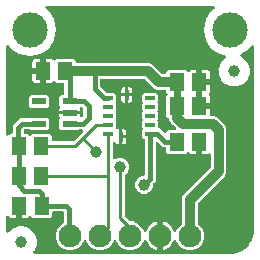
<source format=gbr>
G04 EAGLE Gerber RS-274X export*
G75*
%MOMM*%
%FSLAX34Y34*%
%LPD*%
%INTop Copper*%
%IPPOS*%
%AMOC8*
5,1,8,0,0,1.08239X$1,22.5*%
G01*
%ADD10R,0.805000X0.350000*%
%ADD11R,0.400000X0.805000*%
%ADD12R,1.300000X1.500000*%
%ADD13C,3.000000*%
%ADD14C,1.000000*%
%ADD15R,1.200000X0.550000*%
%ADD16C,1.930400*%
%ADD17C,0.406400*%
%ADD18C,1.006400*%
%ADD19C,0.254000*%
%ADD20C,0.812800*%
%ADD21C,0.609600*%

G36*
X200021Y10163D02*
X200021Y10163D01*
X200083Y10163D01*
X202507Y10322D01*
X202550Y10331D01*
X202595Y10331D01*
X202752Y10363D01*
X207435Y11618D01*
X207514Y11650D01*
X207597Y11673D01*
X207720Y11734D01*
X207729Y11738D01*
X207733Y11740D01*
X207741Y11744D01*
X211939Y14168D01*
X212008Y14220D01*
X212081Y14264D01*
X212184Y14354D01*
X212193Y14360D01*
X212195Y14364D01*
X212202Y14370D01*
X215630Y17798D01*
X215683Y17866D01*
X215743Y17927D01*
X215818Y18041D01*
X215825Y18049D01*
X215827Y18053D01*
X215832Y18061D01*
X218256Y22259D01*
X218289Y22338D01*
X218331Y22413D01*
X218375Y22542D01*
X218379Y22552D01*
X218380Y22557D01*
X218382Y22565D01*
X219637Y27248D01*
X219643Y27291D01*
X219657Y27333D01*
X219678Y27493D01*
X219837Y29917D01*
X219835Y29938D01*
X219839Y30000D01*
X219839Y185476D01*
X219826Y185580D01*
X219822Y185684D01*
X219806Y185737D01*
X219799Y185792D01*
X219761Y185889D01*
X219731Y185989D01*
X219703Y186036D01*
X219682Y186087D01*
X219621Y186172D01*
X219567Y186261D01*
X219528Y186300D01*
X219496Y186345D01*
X219415Y186411D01*
X219341Y186485D01*
X219293Y186512D01*
X219251Y186548D01*
X219156Y186592D01*
X219066Y186645D01*
X219013Y186660D01*
X218963Y186683D01*
X218860Y186703D01*
X218760Y186731D01*
X218705Y186733D01*
X218651Y186743D01*
X218546Y186736D01*
X218442Y186739D01*
X218388Y186727D01*
X218333Y186723D01*
X218234Y186691D01*
X218132Y186667D01*
X218083Y186642D01*
X218031Y186625D01*
X217942Y186569D01*
X217850Y186521D01*
X217809Y186485D01*
X217762Y186455D01*
X217690Y186379D01*
X217612Y186309D01*
X217559Y186239D01*
X217544Y186223D01*
X217537Y186210D01*
X217515Y186181D01*
X216034Y183966D01*
X208943Y179228D01*
X208916Y179204D01*
X208885Y179186D01*
X208796Y179100D01*
X208703Y179019D01*
X208683Y178990D01*
X208657Y178965D01*
X208592Y178859D01*
X208522Y178758D01*
X208510Y178724D01*
X208491Y178694D01*
X208455Y178575D01*
X208412Y178459D01*
X208408Y178424D01*
X208398Y178389D01*
X208392Y178266D01*
X208380Y178143D01*
X208385Y178108D01*
X208383Y178072D01*
X208408Y177951D01*
X208427Y177828D01*
X208441Y177795D01*
X208448Y177760D01*
X208502Y177650D01*
X208551Y177536D01*
X208572Y177507D01*
X208588Y177475D01*
X208668Y177381D01*
X208743Y177283D01*
X208771Y177260D01*
X208795Y177233D01*
X208920Y177133D01*
X209703Y176585D01*
X209730Y176571D01*
X209753Y176551D01*
X209895Y176474D01*
X210793Y176055D01*
X210828Y176044D01*
X210857Y176028D01*
X210897Y175982D01*
X211598Y175281D01*
X211622Y175262D01*
X211642Y175239D01*
X211768Y175139D01*
X212580Y174570D01*
X212613Y174553D01*
X212638Y174532D01*
X212670Y174480D01*
X213239Y173668D01*
X213259Y173645D01*
X213275Y173619D01*
X213381Y173498D01*
X214082Y172797D01*
X214111Y172775D01*
X214133Y172750D01*
X214155Y172693D01*
X214574Y171795D01*
X214590Y171769D01*
X214601Y171740D01*
X214685Y171603D01*
X215253Y170791D01*
X215278Y170763D01*
X215295Y170735D01*
X215307Y170676D01*
X215564Y169718D01*
X215575Y169690D01*
X215581Y169660D01*
X215639Y169510D01*
X216058Y168611D01*
X216078Y168580D01*
X216090Y168550D01*
X216091Y168488D01*
X216178Y167501D01*
X216184Y167471D01*
X216185Y167441D01*
X216216Y167283D01*
X216473Y166325D01*
X216487Y166291D01*
X216493Y166259D01*
X216484Y166198D01*
X216398Y165211D01*
X216399Y165180D01*
X216394Y165150D01*
X216398Y164989D01*
X216484Y164002D01*
X216492Y163965D01*
X216492Y163933D01*
X216473Y163875D01*
X216216Y162917D01*
X216212Y162887D01*
X216202Y162859D01*
X216178Y162699D01*
X216091Y161712D01*
X216093Y161675D01*
X216088Y161642D01*
X216058Y161589D01*
X215639Y160690D01*
X215630Y160661D01*
X215615Y160635D01*
X215564Y160482D01*
X215307Y159524D01*
X215302Y159488D01*
X215292Y159457D01*
X215253Y159409D01*
X214685Y158597D01*
X214671Y158570D01*
X214651Y158547D01*
X214574Y158405D01*
X214155Y157507D01*
X214144Y157472D01*
X214128Y157443D01*
X214082Y157403D01*
X213381Y156702D01*
X213362Y156678D01*
X213339Y156658D01*
X213239Y156532D01*
X212670Y155720D01*
X212653Y155687D01*
X212632Y155662D01*
X212580Y155630D01*
X211768Y155061D01*
X211745Y155041D01*
X211719Y155025D01*
X211598Y154919D01*
X210897Y154218D01*
X210875Y154189D01*
X210850Y154167D01*
X210793Y154145D01*
X209895Y153726D01*
X209869Y153710D01*
X209840Y153699D01*
X209703Y153615D01*
X208891Y153047D01*
X208863Y153022D01*
X208835Y153005D01*
X208776Y152993D01*
X207818Y152736D01*
X207790Y152725D01*
X207760Y152719D01*
X207610Y152661D01*
X206711Y152242D01*
X206680Y152222D01*
X206650Y152210D01*
X206588Y152209D01*
X205601Y152122D01*
X205571Y152116D01*
X205541Y152116D01*
X205383Y152084D01*
X204425Y151827D01*
X204391Y151813D01*
X204359Y151807D01*
X204298Y151816D01*
X203311Y151902D01*
X203280Y151901D01*
X203250Y151906D01*
X203089Y151902D01*
X202102Y151816D01*
X202065Y151808D01*
X202033Y151808D01*
X201975Y151827D01*
X201017Y152084D01*
X200987Y152088D01*
X200959Y152098D01*
X200799Y152122D01*
X199812Y152209D01*
X199775Y152207D01*
X199742Y152212D01*
X199689Y152242D01*
X198790Y152661D01*
X198761Y152670D01*
X198735Y152685D01*
X198582Y152736D01*
X197624Y152993D01*
X197588Y152998D01*
X197557Y153008D01*
X197509Y153047D01*
X196697Y153615D01*
X196670Y153629D01*
X196647Y153649D01*
X196505Y153726D01*
X195607Y154145D01*
X195572Y154156D01*
X195543Y154172D01*
X195503Y154218D01*
X194802Y154919D01*
X194778Y154938D01*
X194758Y154961D01*
X194632Y155061D01*
X193820Y155630D01*
X193787Y155647D01*
X193762Y155668D01*
X193730Y155720D01*
X193161Y156532D01*
X193141Y156555D01*
X193125Y156581D01*
X193019Y156702D01*
X192318Y157403D01*
X192289Y157425D01*
X192267Y157450D01*
X192245Y157507D01*
X191826Y158405D01*
X191810Y158431D01*
X191799Y158460D01*
X191715Y158597D01*
X191147Y159409D01*
X191122Y159437D01*
X191105Y159465D01*
X191093Y159524D01*
X190836Y160482D01*
X190825Y160510D01*
X190819Y160540D01*
X190761Y160690D01*
X190342Y161589D01*
X190322Y161620D01*
X190310Y161650D01*
X190309Y161712D01*
X190222Y162699D01*
X190216Y162729D01*
X190216Y162759D01*
X190184Y162917D01*
X189927Y163875D01*
X189913Y163909D01*
X189907Y163941D01*
X189916Y164002D01*
X190002Y164989D01*
X190001Y165020D01*
X190006Y165050D01*
X190002Y165211D01*
X189916Y166198D01*
X189908Y166235D01*
X189908Y166267D01*
X189927Y166325D01*
X190184Y167283D01*
X190188Y167313D01*
X190198Y167341D01*
X190222Y167501D01*
X190309Y168488D01*
X190307Y168525D01*
X190312Y168558D01*
X190342Y168611D01*
X190761Y169510D01*
X190770Y169539D01*
X190785Y169565D01*
X190836Y169718D01*
X191093Y170676D01*
X191098Y170712D01*
X191108Y170743D01*
X191147Y170791D01*
X191715Y171603D01*
X191730Y171630D01*
X191749Y171653D01*
X191826Y171795D01*
X192245Y172693D01*
X192256Y172728D01*
X192272Y172757D01*
X192318Y172797D01*
X193019Y173498D01*
X193038Y173522D01*
X193061Y173542D01*
X193161Y173668D01*
X193730Y174480D01*
X193747Y174513D01*
X193768Y174538D01*
X193820Y174570D01*
X194632Y175139D01*
X194655Y175159D01*
X194681Y175175D01*
X194802Y175281D01*
X195503Y175982D01*
X195525Y176011D01*
X195553Y176036D01*
X195605Y176111D01*
X195636Y176144D01*
X195696Y176192D01*
X195745Y176259D01*
X195802Y176319D01*
X195839Y176386D01*
X195885Y176448D01*
X195916Y176525D01*
X195956Y176597D01*
X195975Y176671D01*
X196004Y176743D01*
X196015Y176825D01*
X196036Y176905D01*
X196036Y176982D01*
X196047Y177058D01*
X196037Y177140D01*
X196037Y177223D01*
X196019Y177297D01*
X196010Y177374D01*
X195980Y177451D01*
X195960Y177531D01*
X195923Y177599D01*
X195895Y177670D01*
X195847Y177738D01*
X195808Y177810D01*
X195755Y177867D01*
X195711Y177929D01*
X195647Y177983D01*
X195591Y178043D01*
X195526Y178085D01*
X195467Y178134D01*
X195393Y178170D01*
X195323Y178215D01*
X195250Y178239D01*
X195181Y178272D01*
X195025Y178314D01*
X191322Y179050D01*
X183966Y183966D01*
X179050Y191322D01*
X177324Y200000D01*
X179050Y208678D01*
X183966Y216034D01*
X186181Y217515D01*
X186260Y217583D01*
X186345Y217644D01*
X186380Y217687D01*
X186422Y217723D01*
X186481Y217809D01*
X186548Y217889D01*
X186571Y217939D01*
X186602Y217985D01*
X186639Y218083D01*
X186683Y218177D01*
X186693Y218231D01*
X186713Y218283D01*
X186723Y218387D01*
X186743Y218490D01*
X186740Y218545D01*
X186745Y218599D01*
X186730Y218703D01*
X186723Y218807D01*
X186706Y218859D01*
X186698Y218914D01*
X186657Y219010D01*
X186625Y219109D01*
X186596Y219156D01*
X186574Y219207D01*
X186511Y219290D01*
X186455Y219378D01*
X186415Y219416D01*
X186381Y219460D01*
X186299Y219525D01*
X186223Y219596D01*
X186175Y219623D01*
X186132Y219657D01*
X186036Y219699D01*
X185945Y219750D01*
X185892Y219763D01*
X185841Y219786D01*
X185738Y219803D01*
X185637Y219829D01*
X185549Y219835D01*
X185527Y219838D01*
X185513Y219837D01*
X185476Y219839D01*
X44524Y219839D01*
X44420Y219826D01*
X44316Y219822D01*
X44263Y219806D01*
X44208Y219799D01*
X44111Y219761D01*
X44011Y219731D01*
X43964Y219703D01*
X43913Y219682D01*
X43828Y219621D01*
X43739Y219567D01*
X43700Y219528D01*
X43655Y219496D01*
X43589Y219415D01*
X43515Y219341D01*
X43488Y219293D01*
X43452Y219251D01*
X43408Y219156D01*
X43355Y219066D01*
X43340Y219013D01*
X43317Y218963D01*
X43297Y218860D01*
X43269Y218760D01*
X43267Y218705D01*
X43257Y218651D01*
X43264Y218546D01*
X43261Y218442D01*
X43273Y218388D01*
X43277Y218333D01*
X43309Y218234D01*
X43333Y218132D01*
X43358Y218083D01*
X43375Y218031D01*
X43431Y217942D01*
X43479Y217850D01*
X43515Y217809D01*
X43545Y217762D01*
X43621Y217690D01*
X43691Y217612D01*
X43761Y217559D01*
X43777Y217544D01*
X43790Y217537D01*
X43819Y217515D01*
X46034Y216034D01*
X50950Y208678D01*
X52676Y200000D01*
X50950Y191322D01*
X46034Y183966D01*
X38678Y179050D01*
X30000Y177324D01*
X21322Y179050D01*
X13966Y183966D01*
X12485Y186181D01*
X12417Y186260D01*
X12356Y186345D01*
X12313Y186380D01*
X12277Y186422D01*
X12191Y186481D01*
X12111Y186548D01*
X12061Y186571D01*
X12015Y186602D01*
X11917Y186639D01*
X11823Y186683D01*
X11769Y186693D01*
X11717Y186713D01*
X11613Y186723D01*
X11510Y186743D01*
X11455Y186740D01*
X11401Y186745D01*
X11297Y186730D01*
X11193Y186723D01*
X11141Y186706D01*
X11086Y186698D01*
X10990Y186657D01*
X10891Y186625D01*
X10844Y186596D01*
X10793Y186574D01*
X10710Y186511D01*
X10622Y186455D01*
X10584Y186415D01*
X10540Y186381D01*
X10475Y186299D01*
X10404Y186223D01*
X10377Y186175D01*
X10343Y186132D01*
X10301Y186036D01*
X10250Y185945D01*
X10237Y185892D01*
X10214Y185841D01*
X10197Y185738D01*
X10171Y185637D01*
X10165Y185549D01*
X10162Y185527D01*
X10163Y185513D01*
X10161Y185476D01*
X10161Y111518D01*
X10178Y111380D01*
X10191Y111242D01*
X10198Y111223D01*
X10201Y111203D01*
X10252Y111073D01*
X10299Y110942D01*
X10310Y110926D01*
X10318Y110907D01*
X10399Y110795D01*
X10477Y110679D01*
X10493Y110666D01*
X10504Y110650D01*
X10612Y110561D01*
X10716Y110469D01*
X10734Y110460D01*
X10749Y110447D01*
X10875Y110387D01*
X10999Y110324D01*
X11019Y110320D01*
X11037Y110311D01*
X11174Y110285D01*
X11309Y110255D01*
X11330Y110255D01*
X11349Y110251D01*
X11488Y110260D01*
X11627Y110264D01*
X11647Y110270D01*
X11667Y110271D01*
X11799Y110314D01*
X11933Y110353D01*
X11950Y110363D01*
X11969Y110369D01*
X12087Y110444D01*
X12207Y110514D01*
X12228Y110533D01*
X12238Y110539D01*
X12252Y110554D01*
X12327Y110621D01*
X13348Y111641D01*
X14478Y111641D01*
X14596Y111656D01*
X14715Y111663D01*
X14753Y111676D01*
X14794Y111681D01*
X14904Y111724D01*
X15017Y111761D01*
X15052Y111783D01*
X15089Y111798D01*
X15185Y111867D01*
X15286Y111931D01*
X15314Y111961D01*
X15347Y111984D01*
X15423Y112076D01*
X15504Y112163D01*
X15524Y112198D01*
X15549Y112229D01*
X15600Y112337D01*
X15658Y112441D01*
X15668Y112481D01*
X15685Y112517D01*
X15707Y112634D01*
X15737Y112749D01*
X15741Y112809D01*
X15745Y112829D01*
X15743Y112850D01*
X15747Y112910D01*
X15747Y118734D01*
X21786Y124773D01*
X29503Y124773D01*
X29601Y124785D01*
X29700Y124788D01*
X29758Y124805D01*
X29818Y124813D01*
X29910Y124849D01*
X30006Y124877D01*
X30058Y124907D01*
X30114Y124930D01*
X30194Y124988D01*
X30279Y125038D01*
X30355Y125104D01*
X30371Y125116D01*
X30379Y125126D01*
X30400Y125144D01*
X30747Y125491D01*
X44851Y125491D01*
X46340Y124002D01*
X46340Y116398D01*
X44851Y114909D01*
X30747Y114909D01*
X30400Y115256D01*
X30322Y115316D01*
X30250Y115384D01*
X30197Y115413D01*
X30149Y115450D01*
X30058Y115490D01*
X29971Y115538D01*
X29913Y115553D01*
X29857Y115577D01*
X29759Y115592D01*
X29664Y115617D01*
X29563Y115623D01*
X29543Y115627D01*
X29531Y115625D01*
X29503Y115627D01*
X26162Y115627D01*
X26044Y115612D01*
X25925Y115605D01*
X25887Y115592D01*
X25846Y115587D01*
X25736Y115544D01*
X25623Y115507D01*
X25588Y115485D01*
X25551Y115470D01*
X25455Y115401D01*
X25354Y115337D01*
X25326Y115307D01*
X25293Y115284D01*
X25217Y115192D01*
X25136Y115105D01*
X25116Y115070D01*
X25091Y115039D01*
X25040Y114931D01*
X24982Y114827D01*
X24972Y114787D01*
X24955Y114751D01*
X24933Y114634D01*
X24903Y114519D01*
X24899Y114459D01*
X24895Y114439D01*
X24897Y114418D01*
X24893Y114358D01*
X24893Y112910D01*
X24908Y112792D01*
X24915Y112673D01*
X24928Y112635D01*
X24933Y112594D01*
X24976Y112484D01*
X25013Y112371D01*
X25035Y112336D01*
X25050Y112299D01*
X25119Y112203D01*
X25183Y112102D01*
X25213Y112074D01*
X25236Y112041D01*
X25328Y111965D01*
X25415Y111884D01*
X25450Y111864D01*
X25481Y111839D01*
X25589Y111788D01*
X25693Y111730D01*
X25733Y111720D01*
X25769Y111703D01*
X25886Y111681D01*
X26001Y111651D01*
X26061Y111647D01*
X26081Y111643D01*
X26102Y111645D01*
X26162Y111641D01*
X28452Y111641D01*
X29503Y110591D01*
X29597Y110518D01*
X29686Y110439D01*
X29722Y110421D01*
X29754Y110396D01*
X29863Y110348D01*
X29969Y110294D01*
X30008Y110285D01*
X30046Y110269D01*
X30163Y110251D01*
X30279Y110225D01*
X30320Y110226D01*
X30360Y110220D01*
X30478Y110231D01*
X30597Y110234D01*
X30636Y110246D01*
X30676Y110249D01*
X30788Y110290D01*
X30903Y110323D01*
X30938Y110343D01*
X30976Y110357D01*
X31074Y110424D01*
X31177Y110484D01*
X31222Y110524D01*
X31239Y110536D01*
X31252Y110551D01*
X31298Y110591D01*
X32348Y111641D01*
X47452Y111641D01*
X48941Y110152D01*
X48941Y106680D01*
X48956Y106562D01*
X48963Y106443D01*
X48976Y106405D01*
X48981Y106364D01*
X49024Y106254D01*
X49061Y106141D01*
X49083Y106106D01*
X49098Y106069D01*
X49167Y105973D01*
X49231Y105872D01*
X49261Y105844D01*
X49284Y105811D01*
X49376Y105735D01*
X49463Y105654D01*
X49498Y105634D01*
X49529Y105609D01*
X49637Y105558D01*
X49741Y105500D01*
X49781Y105490D01*
X49817Y105473D01*
X49934Y105451D01*
X50049Y105421D01*
X50109Y105417D01*
X50129Y105413D01*
X50150Y105415D01*
X50210Y105411D01*
X66476Y105411D01*
X66574Y105423D01*
X66673Y105426D01*
X66731Y105443D01*
X66791Y105451D01*
X66883Y105487D01*
X66979Y105515D01*
X67031Y105545D01*
X67087Y105568D01*
X67167Y105626D01*
X67252Y105676D01*
X67328Y105742D01*
X67344Y105754D01*
X67352Y105764D01*
X67373Y105782D01*
X70748Y109157D01*
X74851Y113261D01*
X74937Y113370D01*
X75025Y113477D01*
X75034Y113496D01*
X75046Y113512D01*
X75102Y113640D01*
X75161Y113765D01*
X75165Y113785D01*
X75173Y113804D01*
X75195Y113942D01*
X75221Y114078D01*
X75219Y114098D01*
X75222Y114118D01*
X75209Y114257D01*
X75201Y114395D01*
X75195Y114414D01*
X75193Y114434D01*
X75146Y114566D01*
X75103Y114697D01*
X75092Y114715D01*
X75085Y114734D01*
X75007Y114849D01*
X74933Y114966D01*
X74918Y114980D01*
X74906Y114997D01*
X74802Y115089D01*
X74701Y115184D01*
X74683Y115194D01*
X74668Y115207D01*
X74544Y115271D01*
X74422Y115338D01*
X74403Y115343D01*
X74385Y115352D01*
X74249Y115382D01*
X74115Y115417D01*
X74086Y115419D01*
X74075Y115422D01*
X74054Y115421D01*
X73954Y115427D01*
X71897Y115427D01*
X71799Y115415D01*
X71700Y115412D01*
X71642Y115395D01*
X71582Y115387D01*
X71490Y115351D01*
X71394Y115323D01*
X71342Y115293D01*
X71286Y115270D01*
X71206Y115212D01*
X71120Y115162D01*
X71045Y115096D01*
X71029Y115084D01*
X71021Y115074D01*
X71000Y115055D01*
X70853Y114909D01*
X56749Y114909D01*
X55260Y116398D01*
X55260Y124002D01*
X55401Y124143D01*
X55470Y124232D01*
X55545Y124316D01*
X55567Y124357D01*
X55596Y124395D01*
X55641Y124498D01*
X55693Y124597D01*
X55704Y124643D01*
X55723Y124687D01*
X55740Y124798D01*
X55766Y124907D01*
X55765Y124954D01*
X55772Y125001D01*
X55762Y125113D01*
X55760Y125225D01*
X55747Y125270D01*
X55743Y125317D01*
X55705Y125423D01*
X55675Y125531D01*
X55642Y125596D01*
X55635Y125617D01*
X55625Y125632D01*
X55603Y125676D01*
X55433Y125969D01*
X55260Y126616D01*
X55260Y128326D01*
X63696Y128326D01*
X63766Y128335D01*
X63806Y128332D01*
X63826Y128328D01*
X63846Y128330D01*
X63906Y128326D01*
X72342Y128326D01*
X72342Y126873D01*
X72359Y126735D01*
X72372Y126596D01*
X72379Y126577D01*
X72382Y126557D01*
X72433Y126428D01*
X72480Y126297D01*
X72491Y126280D01*
X72499Y126262D01*
X72580Y126149D01*
X72658Y126034D01*
X72674Y126021D01*
X72685Y126004D01*
X72793Y125915D01*
X72897Y125824D01*
X72915Y125814D01*
X72930Y125801D01*
X73056Y125742D01*
X73180Y125679D01*
X73200Y125674D01*
X73218Y125666D01*
X73354Y125640D01*
X73490Y125609D01*
X73511Y125610D01*
X73530Y125606D01*
X73669Y125615D01*
X73808Y125619D01*
X73828Y125625D01*
X73848Y125626D01*
X73980Y125669D01*
X74114Y125707D01*
X74131Y125718D01*
X74150Y125724D01*
X74268Y125798D01*
X74388Y125869D01*
X74409Y125887D01*
X74419Y125894D01*
X74433Y125909D01*
X74508Y125975D01*
X75056Y126522D01*
X75116Y126601D01*
X75184Y126673D01*
X75213Y126726D01*
X75250Y126774D01*
X75290Y126865D01*
X75338Y126951D01*
X75353Y127010D01*
X75377Y127065D01*
X75392Y127163D01*
X75417Y127259D01*
X75423Y127359D01*
X75427Y127380D01*
X75425Y127392D01*
X75427Y127420D01*
X75427Y132580D01*
X75415Y132678D01*
X75412Y132777D01*
X75395Y132836D01*
X75387Y132896D01*
X75351Y132988D01*
X75323Y133083D01*
X75293Y133135D01*
X75270Y133191D01*
X75212Y133271D01*
X75162Y133357D01*
X75096Y133432D01*
X75084Y133449D01*
X75074Y133457D01*
X75056Y133478D01*
X74444Y134089D01*
X74329Y134179D01*
X74216Y134270D01*
X74204Y134276D01*
X74193Y134284D01*
X74059Y134342D01*
X73927Y134403D01*
X73914Y134405D01*
X73901Y134410D01*
X73756Y134433D01*
X73614Y134459D01*
X73600Y134458D01*
X73587Y134460D01*
X73441Y134446D01*
X73296Y134436D01*
X73284Y134432D01*
X73270Y134430D01*
X73133Y134381D01*
X72995Y134335D01*
X72984Y134327D01*
X72971Y134323D01*
X72850Y134241D01*
X72728Y134162D01*
X72719Y134152D01*
X72708Y134144D01*
X72612Y134035D01*
X72513Y133928D01*
X72506Y133916D01*
X72497Y133906D01*
X72431Y133776D01*
X72362Y133648D01*
X72359Y133635D01*
X72353Y133623D01*
X72321Y133480D01*
X72286Y133339D01*
X72286Y133325D01*
X72283Y133312D01*
X72288Y133167D01*
X72289Y133021D01*
X72293Y133003D01*
X72293Y132994D01*
X72298Y132978D01*
X72321Y132863D01*
X72342Y132784D01*
X72342Y131074D01*
X63906Y131074D01*
X63836Y131065D01*
X63796Y131068D01*
X63776Y131072D01*
X63756Y131070D01*
X63696Y131074D01*
X55260Y131074D01*
X55260Y132784D01*
X55433Y133431D01*
X55603Y133724D01*
X55647Y133828D01*
X55698Y133928D01*
X55708Y133974D01*
X55726Y134018D01*
X55743Y134129D01*
X55767Y134238D01*
X55766Y134285D01*
X55773Y134332D01*
X55761Y134444D01*
X55758Y134556D01*
X55745Y134602D01*
X55740Y134648D01*
X55700Y134754D01*
X55669Y134862D01*
X55645Y134902D01*
X55629Y134947D01*
X55565Y135039D01*
X55508Y135136D01*
X55460Y135190D01*
X55448Y135208D01*
X55434Y135220D01*
X55401Y135257D01*
X55260Y135398D01*
X55260Y143002D01*
X56749Y144491D01*
X57959Y144491D01*
X58077Y144506D01*
X58196Y144513D01*
X58234Y144526D01*
X58275Y144531D01*
X58385Y144574D01*
X58498Y144611D01*
X58533Y144633D01*
X58570Y144648D01*
X58666Y144717D01*
X58767Y144781D01*
X58795Y144811D01*
X58828Y144834D01*
X58904Y144926D01*
X58985Y145013D01*
X59005Y145048D01*
X59030Y145079D01*
X59081Y145187D01*
X59139Y145291D01*
X59149Y145331D01*
X59166Y145367D01*
X59188Y145484D01*
X59218Y145599D01*
X59222Y145659D01*
X59226Y145679D01*
X59224Y145700D01*
X59228Y145760D01*
X59228Y153790D01*
X59213Y153908D01*
X59206Y154027D01*
X59193Y154065D01*
X59188Y154106D01*
X59145Y154216D01*
X59108Y154329D01*
X59086Y154364D01*
X59071Y154401D01*
X59002Y154497D01*
X58938Y154598D01*
X58908Y154626D01*
X58885Y154659D01*
X58793Y154735D01*
X58706Y154816D01*
X58671Y154836D01*
X58640Y154861D01*
X58532Y154912D01*
X58428Y154970D01*
X58388Y154980D01*
X58352Y154997D01*
X58235Y155019D01*
X58120Y155049D01*
X58060Y155053D01*
X58040Y155057D01*
X58019Y155055D01*
X57959Y155059D01*
X52748Y155059D01*
X51697Y156109D01*
X51603Y156182D01*
X51514Y156261D01*
X51478Y156280D01*
X51446Y156304D01*
X51337Y156352D01*
X51231Y156406D01*
X51192Y156415D01*
X51154Y156431D01*
X51037Y156449D01*
X50921Y156475D01*
X50880Y156474D01*
X50840Y156481D01*
X50722Y156469D01*
X50603Y156466D01*
X50564Y156454D01*
X50524Y156451D01*
X50412Y156410D01*
X50297Y156377D01*
X50262Y156357D01*
X50224Y156343D01*
X50126Y156276D01*
X50023Y156216D01*
X49978Y156176D01*
X49961Y156165D01*
X49948Y156149D01*
X49902Y156109D01*
X49360Y155567D01*
X48781Y155232D01*
X48134Y155059D01*
X43839Y155059D01*
X43839Y163830D01*
X43824Y163948D01*
X43817Y164067D01*
X43804Y164105D01*
X43799Y164145D01*
X43755Y164256D01*
X43719Y164369D01*
X43697Y164404D01*
X43682Y164441D01*
X43612Y164537D01*
X43549Y164638D01*
X43519Y164666D01*
X43495Y164698D01*
X43404Y164774D01*
X43317Y164856D01*
X43282Y164875D01*
X43250Y164901D01*
X43143Y164952D01*
X43039Y165009D01*
X42999Y165020D01*
X42963Y165037D01*
X42846Y165059D01*
X42731Y165089D01*
X42670Y165093D01*
X42650Y165097D01*
X42630Y165095D01*
X42570Y165099D01*
X41299Y165099D01*
X41299Y165101D01*
X42570Y165101D01*
X42688Y165116D01*
X42807Y165123D01*
X42845Y165136D01*
X42885Y165141D01*
X42996Y165185D01*
X43109Y165221D01*
X43144Y165243D01*
X43181Y165258D01*
X43277Y165328D01*
X43378Y165391D01*
X43406Y165421D01*
X43438Y165445D01*
X43514Y165536D01*
X43596Y165623D01*
X43615Y165658D01*
X43641Y165690D01*
X43692Y165797D01*
X43749Y165901D01*
X43760Y165941D01*
X43777Y165977D01*
X43799Y166094D01*
X43829Y166209D01*
X43833Y166270D01*
X43837Y166290D01*
X43835Y166310D01*
X43839Y166370D01*
X43839Y175141D01*
X48134Y175141D01*
X48781Y174968D01*
X49360Y174633D01*
X49902Y174091D01*
X49997Y174018D01*
X50086Y173939D01*
X50122Y173920D01*
X50154Y173896D01*
X50263Y173848D01*
X50369Y173794D01*
X50408Y173785D01*
X50446Y173769D01*
X50564Y173751D01*
X50679Y173725D01*
X50720Y173726D01*
X50760Y173719D01*
X50878Y173731D01*
X50997Y173734D01*
X51036Y173746D01*
X51076Y173749D01*
X51188Y173790D01*
X51303Y173823D01*
X51338Y173843D01*
X51376Y173857D01*
X51474Y173924D01*
X51577Y173984D01*
X51622Y174024D01*
X51639Y174035D01*
X51652Y174051D01*
X51697Y174091D01*
X52748Y175141D01*
X67852Y175141D01*
X69341Y173652D01*
X69341Y172874D01*
X69356Y172756D01*
X69363Y172637D01*
X69376Y172599D01*
X69381Y172558D01*
X69424Y172448D01*
X69461Y172335D01*
X69483Y172300D01*
X69498Y172263D01*
X69567Y172167D01*
X69631Y172066D01*
X69661Y172038D01*
X69684Y172005D01*
X69776Y171929D01*
X69863Y171848D01*
X69898Y171828D01*
X69929Y171803D01*
X70037Y171752D01*
X70141Y171694D01*
X70181Y171684D01*
X70217Y171667D01*
X70334Y171645D01*
X70449Y171615D01*
X70509Y171611D01*
X70529Y171607D01*
X70550Y171609D01*
X70610Y171605D01*
X131314Y171605D01*
X133741Y170599D01*
X141864Y162476D01*
X141942Y162416D01*
X142014Y162348D01*
X142067Y162319D01*
X142115Y162282D01*
X142206Y162242D01*
X142293Y162194D01*
X142351Y162179D01*
X142407Y162155D01*
X142505Y162140D01*
X142601Y162115D01*
X142701Y162109D01*
X142721Y162105D01*
X142734Y162107D01*
X142762Y162105D01*
X144490Y162105D01*
X144608Y162120D01*
X144727Y162127D01*
X144765Y162140D01*
X144806Y162145D01*
X144916Y162188D01*
X145029Y162225D01*
X145064Y162247D01*
X145101Y162262D01*
X145197Y162331D01*
X145298Y162395D01*
X145326Y162425D01*
X145359Y162448D01*
X145435Y162540D01*
X145516Y162627D01*
X145536Y162662D01*
X145561Y162693D01*
X145612Y162801D01*
X145670Y162905D01*
X145680Y162945D01*
X145697Y162981D01*
X145719Y163098D01*
X145749Y163213D01*
X145753Y163273D01*
X145757Y163293D01*
X145755Y163314D01*
X145759Y163374D01*
X145759Y164052D01*
X147248Y165541D01*
X162352Y165541D01*
X163403Y164491D01*
X163497Y164418D01*
X163586Y164339D01*
X163622Y164321D01*
X163654Y164296D01*
X163763Y164248D01*
X163869Y164194D01*
X163908Y164185D01*
X163946Y164169D01*
X164063Y164151D01*
X164179Y164125D01*
X164220Y164126D01*
X164260Y164120D01*
X164378Y164131D01*
X164497Y164134D01*
X164536Y164146D01*
X164576Y164149D01*
X164689Y164190D01*
X164803Y164223D01*
X164838Y164243D01*
X164876Y164257D01*
X164974Y164324D01*
X165077Y164384D01*
X165122Y164424D01*
X165139Y164436D01*
X165152Y164451D01*
X165198Y164491D01*
X165740Y165033D01*
X166319Y165368D01*
X166966Y165541D01*
X171261Y165541D01*
X171261Y156770D01*
X171276Y156652D01*
X171283Y156533D01*
X171296Y156495D01*
X171301Y156455D01*
X171344Y156344D01*
X171381Y156231D01*
X171403Y156196D01*
X171418Y156159D01*
X171488Y156063D01*
X171551Y155962D01*
X171581Y155934D01*
X171605Y155902D01*
X171696Y155826D01*
X171783Y155744D01*
X171818Y155725D01*
X171849Y155699D01*
X171957Y155648D01*
X172061Y155591D01*
X172101Y155580D01*
X172137Y155563D01*
X172254Y155541D01*
X172369Y155511D01*
X172430Y155507D01*
X172450Y155503D01*
X172470Y155505D01*
X172530Y155501D01*
X173801Y155501D01*
X173801Y155499D01*
X172530Y155499D01*
X172412Y155484D01*
X172293Y155477D01*
X172255Y155464D01*
X172215Y155459D01*
X172104Y155415D01*
X171991Y155379D01*
X171956Y155357D01*
X171919Y155342D01*
X171823Y155272D01*
X171722Y155209D01*
X171694Y155179D01*
X171661Y155155D01*
X171586Y155064D01*
X171504Y154977D01*
X171484Y154942D01*
X171459Y154910D01*
X171408Y154803D01*
X171350Y154699D01*
X171340Y154659D01*
X171323Y154623D01*
X171301Y154506D01*
X171271Y154391D01*
X171267Y154330D01*
X171263Y154310D01*
X171265Y154290D01*
X171261Y154230D01*
X171261Y136370D01*
X171276Y136252D01*
X171283Y136133D01*
X171296Y136095D01*
X171301Y136055D01*
X171344Y135944D01*
X171381Y135831D01*
X171403Y135796D01*
X171418Y135759D01*
X171488Y135663D01*
X171551Y135562D01*
X171581Y135534D01*
X171605Y135502D01*
X171696Y135426D01*
X171783Y135344D01*
X171818Y135325D01*
X171849Y135299D01*
X171957Y135248D01*
X172061Y135191D01*
X172101Y135180D01*
X172137Y135163D01*
X172254Y135141D01*
X172369Y135111D01*
X172430Y135107D01*
X172450Y135103D01*
X172470Y135105D01*
X172530Y135101D01*
X173801Y135101D01*
X173801Y133830D01*
X173816Y133712D01*
X173823Y133593D01*
X173836Y133555D01*
X173841Y133515D01*
X173885Y133404D01*
X173921Y133291D01*
X173943Y133256D01*
X173958Y133219D01*
X174028Y133122D01*
X174091Y133022D01*
X174121Y132994D01*
X174145Y132961D01*
X174236Y132886D01*
X174323Y132804D01*
X174358Y132784D01*
X174390Y132759D01*
X174497Y132708D01*
X174601Y132650D01*
X174641Y132640D01*
X174677Y132623D01*
X174794Y132601D01*
X174909Y132571D01*
X174970Y132567D01*
X174990Y132563D01*
X175010Y132565D01*
X175070Y132561D01*
X182841Y132561D01*
X182841Y127874D01*
X182856Y127756D01*
X182863Y127637D01*
X182876Y127599D01*
X182881Y127558D01*
X182924Y127448D01*
X182961Y127335D01*
X182983Y127300D01*
X182998Y127263D01*
X183067Y127167D01*
X183131Y127066D01*
X183161Y127038D01*
X183184Y127005D01*
X183276Y126929D01*
X183363Y126848D01*
X183398Y126828D01*
X183429Y126803D01*
X183537Y126752D01*
X183641Y126694D01*
X183681Y126684D01*
X183717Y126667D01*
X183834Y126645D01*
X183949Y126615D01*
X184009Y126611D01*
X184029Y126607D01*
X184050Y126609D01*
X184110Y126605D01*
X186314Y126605D01*
X188741Y125599D01*
X195599Y118741D01*
X196605Y116314D01*
X196605Y78686D01*
X195599Y76259D01*
X172776Y53436D01*
X172716Y53358D01*
X172648Y53286D01*
X172619Y53233D01*
X172582Y53185D01*
X172542Y53094D01*
X172494Y53007D01*
X172479Y52949D01*
X172455Y52893D01*
X172440Y52795D01*
X172415Y52699D01*
X172409Y52599D01*
X172405Y52579D01*
X172407Y52566D01*
X172405Y52538D01*
X172405Y36564D01*
X172417Y36466D01*
X172420Y36367D01*
X172437Y36309D01*
X172445Y36249D01*
X172481Y36157D01*
X172509Y36061D01*
X172539Y36009D01*
X172562Y35953D01*
X172620Y35873D01*
X172670Y35787D01*
X172736Y35712D01*
X172748Y35696D01*
X172758Y35688D01*
X172776Y35667D01*
X176137Y32307D01*
X177993Y27825D01*
X177993Y22975D01*
X176137Y18493D01*
X172707Y15063D01*
X168225Y13207D01*
X163375Y13207D01*
X158893Y15063D01*
X155463Y18493D01*
X154265Y21386D01*
X154251Y21412D01*
X154241Y21440D01*
X154172Y21550D01*
X154108Y21662D01*
X154087Y21684D01*
X154071Y21709D01*
X153977Y21798D01*
X153887Y21891D01*
X153861Y21906D01*
X153839Y21927D01*
X153726Y21989D01*
X153615Y22057D01*
X153587Y22066D01*
X153561Y22080D01*
X153435Y22112D01*
X153311Y22151D01*
X153282Y22152D01*
X153253Y22159D01*
X153123Y22159D01*
X152994Y22166D01*
X152965Y22160D01*
X152935Y22160D01*
X152809Y22128D01*
X152682Y22101D01*
X152655Y22088D01*
X152627Y22081D01*
X152513Y22019D01*
X152397Y21962D01*
X152374Y21942D01*
X152348Y21928D01*
X152253Y21839D01*
X152155Y21755D01*
X152137Y21731D01*
X152116Y21710D01*
X152046Y21601D01*
X151972Y21495D01*
X151961Y21467D01*
X151945Y21442D01*
X151886Y21292D01*
X151699Y20720D01*
X150828Y19010D01*
X149700Y17457D01*
X148343Y16100D01*
X146790Y14972D01*
X145080Y14101D01*
X143255Y13507D01*
X142899Y13451D01*
X142899Y24170D01*
X142884Y24288D01*
X142877Y24407D01*
X142864Y24445D01*
X142859Y24485D01*
X142816Y24596D01*
X142779Y24709D01*
X142757Y24743D01*
X142742Y24781D01*
X142673Y24877D01*
X142609Y24978D01*
X142579Y25006D01*
X142556Y25038D01*
X142464Y25114D01*
X142377Y25196D01*
X142342Y25215D01*
X142311Y25241D01*
X142203Y25292D01*
X142099Y25349D01*
X142059Y25359D01*
X142023Y25377D01*
X141916Y25397D01*
X141946Y25401D01*
X142056Y25445D01*
X142169Y25481D01*
X142204Y25503D01*
X142241Y25518D01*
X142337Y25588D01*
X142438Y25651D01*
X142466Y25681D01*
X142499Y25705D01*
X142575Y25796D01*
X142656Y25883D01*
X142676Y25918D01*
X142701Y25950D01*
X142752Y26057D01*
X142810Y26162D01*
X142820Y26201D01*
X142837Y26237D01*
X142859Y26354D01*
X142889Y26470D01*
X142893Y26530D01*
X142897Y26550D01*
X142895Y26570D01*
X142896Y26576D01*
X142897Y26580D01*
X142896Y26585D01*
X142899Y26630D01*
X142899Y37349D01*
X143255Y37293D01*
X145080Y36699D01*
X146790Y35828D01*
X148343Y34700D01*
X149700Y33343D01*
X150828Y31790D01*
X151699Y30080D01*
X151886Y29508D01*
X151898Y29481D01*
X151905Y29451D01*
X151966Y29337D01*
X152021Y29220D01*
X152040Y29197D01*
X152054Y29170D01*
X152141Y29075D01*
X152224Y28975D01*
X152248Y28957D01*
X152268Y28935D01*
X152376Y28864D01*
X152481Y28788D01*
X152509Y28777D01*
X152534Y28760D01*
X152656Y28718D01*
X152777Y28670D01*
X152806Y28667D01*
X152834Y28657D01*
X152964Y28647D01*
X153092Y28630D01*
X153122Y28634D01*
X153151Y28632D01*
X153279Y28654D01*
X153408Y28670D01*
X153435Y28681D01*
X153465Y28686D01*
X153583Y28739D01*
X153703Y28787D01*
X153728Y28805D01*
X153755Y28817D01*
X153856Y28897D01*
X153961Y28974D01*
X153980Y28997D01*
X154003Y29015D01*
X154081Y29119D01*
X154164Y29219D01*
X154176Y29246D01*
X154194Y29269D01*
X154265Y29414D01*
X155463Y32307D01*
X158824Y35667D01*
X158884Y35745D01*
X158952Y35817D01*
X158981Y35870D01*
X159018Y35918D01*
X159058Y36009D01*
X159106Y36096D01*
X159121Y36154D01*
X159145Y36210D01*
X159160Y36308D01*
X159185Y36403D01*
X159191Y36503D01*
X159195Y36524D01*
X159193Y36536D01*
X159195Y36564D01*
X159195Y57114D01*
X160201Y59541D01*
X183024Y82364D01*
X183084Y82442D01*
X183152Y82514D01*
X183181Y82567D01*
X183218Y82615D01*
X183258Y82706D01*
X183306Y82793D01*
X183321Y82851D01*
X183345Y82907D01*
X183360Y83005D01*
X183385Y83101D01*
X183391Y83201D01*
X183395Y83221D01*
X183393Y83234D01*
X183395Y83262D01*
X183395Y94055D01*
X183379Y94186D01*
X183368Y94318D01*
X183359Y94344D01*
X183355Y94370D01*
X183307Y94493D01*
X183263Y94619D01*
X183248Y94641D01*
X183238Y94666D01*
X183161Y94773D01*
X183087Y94884D01*
X183067Y94902D01*
X183052Y94923D01*
X182949Y95008D01*
X182851Y95097D01*
X182827Y95109D01*
X182807Y95126D01*
X182687Y95183D01*
X182570Y95244D01*
X182543Y95250D01*
X182519Y95262D01*
X182389Y95287D01*
X182260Y95317D01*
X182233Y95317D01*
X182207Y95322D01*
X182075Y95313D01*
X181942Y95311D01*
X181916Y95303D01*
X181889Y95302D01*
X181764Y95261D01*
X181636Y95226D01*
X181601Y95209D01*
X181587Y95204D01*
X181568Y95192D01*
X181491Y95154D01*
X181281Y95032D01*
X180634Y94859D01*
X176339Y94859D01*
X176339Y103630D01*
X176324Y103748D01*
X176317Y103867D01*
X176304Y103905D01*
X176299Y103945D01*
X176255Y104056D01*
X176219Y104169D01*
X176197Y104204D01*
X176182Y104241D01*
X176112Y104337D01*
X176049Y104438D01*
X176019Y104466D01*
X175995Y104498D01*
X175904Y104574D01*
X175817Y104656D01*
X175782Y104675D01*
X175750Y104701D01*
X175643Y104752D01*
X175539Y104809D01*
X175499Y104820D01*
X175463Y104837D01*
X175346Y104859D01*
X175231Y104889D01*
X175170Y104893D01*
X175150Y104897D01*
X175130Y104895D01*
X175070Y104899D01*
X172530Y104899D01*
X172412Y104884D01*
X172293Y104877D01*
X172255Y104864D01*
X172215Y104859D01*
X172104Y104815D01*
X171991Y104779D01*
X171956Y104757D01*
X171919Y104742D01*
X171823Y104672D01*
X171722Y104609D01*
X171694Y104579D01*
X171661Y104555D01*
X171586Y104464D01*
X171504Y104377D01*
X171484Y104342D01*
X171459Y104310D01*
X171408Y104203D01*
X171350Y104099D01*
X171340Y104059D01*
X171323Y104023D01*
X171301Y103906D01*
X171271Y103791D01*
X171267Y103730D01*
X171263Y103710D01*
X171265Y103690D01*
X171261Y103630D01*
X171261Y94859D01*
X166966Y94859D01*
X166319Y95032D01*
X165740Y95367D01*
X165198Y95909D01*
X165103Y95982D01*
X165014Y96061D01*
X164978Y96080D01*
X164946Y96104D01*
X164837Y96152D01*
X164731Y96206D01*
X164692Y96215D01*
X164654Y96231D01*
X164536Y96249D01*
X164421Y96275D01*
X164380Y96274D01*
X164340Y96281D01*
X164222Y96269D01*
X164103Y96266D01*
X164064Y96254D01*
X164024Y96251D01*
X163912Y96210D01*
X163797Y96177D01*
X163762Y96157D01*
X163724Y96143D01*
X163626Y96076D01*
X163523Y96016D01*
X163478Y95976D01*
X163461Y95965D01*
X163448Y95949D01*
X163403Y95909D01*
X162352Y94859D01*
X147248Y94859D01*
X145759Y96348D01*
X145759Y99158D01*
X145744Y99276D01*
X145737Y99395D01*
X145724Y99433D01*
X145719Y99474D01*
X145676Y99584D01*
X145639Y99697D01*
X145617Y99732D01*
X145602Y99769D01*
X145533Y99865D01*
X145469Y99966D01*
X145439Y99994D01*
X145416Y100027D01*
X145324Y100103D01*
X145237Y100184D01*
X145202Y100204D01*
X145171Y100229D01*
X145063Y100280D01*
X144959Y100338D01*
X144919Y100348D01*
X144883Y100365D01*
X144766Y100387D01*
X144651Y100417D01*
X144591Y100421D01*
X144571Y100425D01*
X144550Y100423D01*
X144490Y100427D01*
X143106Y100427D01*
X140056Y103478D01*
X138764Y104769D01*
X138655Y104854D01*
X138548Y104943D01*
X138529Y104951D01*
X138513Y104964D01*
X138386Y105019D01*
X138260Y105078D01*
X138240Y105082D01*
X138221Y105090D01*
X138083Y105112D01*
X137947Y105138D01*
X137927Y105137D01*
X137907Y105140D01*
X137768Y105127D01*
X137630Y105118D01*
X137611Y105112D01*
X137591Y105110D01*
X137459Y105063D01*
X137328Y105020D01*
X137310Y105009D01*
X137291Y105002D01*
X137176Y104924D01*
X137059Y104850D01*
X137045Y104835D01*
X137028Y104824D01*
X136936Y104720D01*
X136841Y104618D01*
X136831Y104601D01*
X136818Y104585D01*
X136754Y104461D01*
X136687Y104340D01*
X136682Y104320D01*
X136673Y104302D01*
X136643Y104166D01*
X136608Y104032D01*
X136606Y104004D01*
X136603Y103992D01*
X136604Y103971D01*
X136598Y103871D01*
X136598Y71711D01*
X134944Y70058D01*
X134884Y69979D01*
X134816Y69907D01*
X134787Y69854D01*
X134750Y69806D01*
X134710Y69715D01*
X134662Y69629D01*
X134647Y69570D01*
X134623Y69515D01*
X134608Y69417D01*
X134583Y69321D01*
X134577Y69221D01*
X134573Y69200D01*
X134575Y69188D01*
X134573Y69160D01*
X134573Y67074D01*
X133420Y64290D01*
X131290Y62160D01*
X128506Y61007D01*
X125494Y61007D01*
X122710Y62160D01*
X120580Y64290D01*
X119427Y67074D01*
X119427Y70086D01*
X120580Y72870D01*
X122710Y75000D01*
X125494Y76153D01*
X126183Y76153D01*
X126301Y76168D01*
X126420Y76175D01*
X126458Y76188D01*
X126499Y76193D01*
X126609Y76236D01*
X126722Y76273D01*
X126757Y76295D01*
X126794Y76310D01*
X126890Y76379D01*
X126991Y76443D01*
X127019Y76473D01*
X127052Y76496D01*
X127128Y76588D01*
X127209Y76675D01*
X127229Y76710D01*
X127254Y76741D01*
X127305Y76849D01*
X127363Y76953D01*
X127373Y76993D01*
X127390Y77029D01*
X127412Y77146D01*
X127442Y77261D01*
X127446Y77321D01*
X127450Y77341D01*
X127449Y77348D01*
X127450Y77350D01*
X127449Y77366D01*
X127452Y77422D01*
X127452Y106679D01*
X127440Y106777D01*
X127437Y106876D01*
X127420Y106934D01*
X127412Y106994D01*
X127376Y107086D01*
X127348Y107182D01*
X127318Y107234D01*
X127295Y107290D01*
X127237Y107370D01*
X127187Y107456D01*
X127121Y107531D01*
X127109Y107547D01*
X127099Y107555D01*
X127081Y107576D01*
X125459Y109198D01*
X125459Y114802D01*
X125509Y114852D01*
X125582Y114947D01*
X125661Y115036D01*
X125679Y115072D01*
X125704Y115104D01*
X125752Y115213D01*
X125806Y115319D01*
X125815Y115359D01*
X125831Y115396D01*
X125849Y115513D01*
X125875Y115629D01*
X125874Y115670D01*
X125880Y115710D01*
X125869Y115828D01*
X125866Y115947D01*
X125854Y115986D01*
X125851Y116026D01*
X125810Y116139D01*
X125777Y116253D01*
X125757Y116287D01*
X125743Y116326D01*
X125676Y116424D01*
X125616Y116527D01*
X125576Y116572D01*
X125565Y116589D01*
X125549Y116602D01*
X125509Y116647D01*
X125459Y116698D01*
X125459Y122302D01*
X125509Y122352D01*
X125582Y122447D01*
X125661Y122536D01*
X125679Y122572D01*
X125704Y122604D01*
X125752Y122713D01*
X125806Y122819D01*
X125815Y122859D01*
X125831Y122896D01*
X125849Y123013D01*
X125875Y123129D01*
X125874Y123170D01*
X125880Y123210D01*
X125869Y123328D01*
X125866Y123447D01*
X125854Y123486D01*
X125851Y123526D01*
X125810Y123639D01*
X125777Y123753D01*
X125757Y123787D01*
X125743Y123826D01*
X125676Y123924D01*
X125616Y124027D01*
X125576Y124072D01*
X125565Y124089D01*
X125549Y124102D01*
X125509Y124147D01*
X125459Y124198D01*
X125459Y129802D01*
X125509Y129852D01*
X125582Y129947D01*
X125661Y130036D01*
X125679Y130072D01*
X125704Y130104D01*
X125752Y130213D01*
X125806Y130319D01*
X125815Y130359D01*
X125831Y130396D01*
X125849Y130513D01*
X125875Y130629D01*
X125874Y130670D01*
X125880Y130710D01*
X125869Y130828D01*
X125866Y130947D01*
X125854Y130986D01*
X125851Y131026D01*
X125810Y131139D01*
X125777Y131253D01*
X125757Y131287D01*
X125743Y131326D01*
X125676Y131424D01*
X125616Y131527D01*
X125576Y131572D01*
X125565Y131589D01*
X125549Y131602D01*
X125509Y131647D01*
X125459Y131698D01*
X125459Y137302D01*
X125509Y137352D01*
X125582Y137447D01*
X125661Y137536D01*
X125679Y137572D01*
X125704Y137604D01*
X125752Y137713D01*
X125806Y137819D01*
X125815Y137859D01*
X125831Y137896D01*
X125849Y138013D01*
X125875Y138129D01*
X125874Y138170D01*
X125880Y138210D01*
X125869Y138328D01*
X125866Y138447D01*
X125854Y138486D01*
X125851Y138526D01*
X125810Y138639D01*
X125777Y138753D01*
X125757Y138787D01*
X125743Y138826D01*
X125676Y138924D01*
X125616Y139027D01*
X125576Y139072D01*
X125565Y139089D01*
X125549Y139102D01*
X125509Y139147D01*
X125459Y139198D01*
X125459Y144802D01*
X126948Y146291D01*
X137102Y146291D01*
X138591Y144802D01*
X138591Y139198D01*
X138541Y139147D01*
X138468Y139053D01*
X138389Y138964D01*
X138370Y138928D01*
X138346Y138896D01*
X138298Y138787D01*
X138244Y138681D01*
X138235Y138641D01*
X138219Y138604D01*
X138201Y138487D01*
X138175Y138371D01*
X138176Y138330D01*
X138170Y138290D01*
X138181Y138171D01*
X138184Y138053D01*
X138196Y138014D01*
X138199Y137974D01*
X138240Y137862D01*
X138273Y137747D01*
X138293Y137712D01*
X138307Y137674D01*
X138374Y137576D01*
X138434Y137473D01*
X138474Y137428D01*
X138486Y137411D01*
X138501Y137398D01*
X138541Y137352D01*
X138591Y137302D01*
X138591Y131698D01*
X138541Y131647D01*
X138468Y131553D01*
X138389Y131464D01*
X138370Y131428D01*
X138346Y131396D01*
X138298Y131287D01*
X138244Y131181D01*
X138235Y131141D01*
X138219Y131104D01*
X138201Y130987D01*
X138175Y130871D01*
X138176Y130830D01*
X138170Y130790D01*
X138181Y130671D01*
X138184Y130553D01*
X138196Y130514D01*
X138199Y130474D01*
X138240Y130362D01*
X138273Y130247D01*
X138293Y130212D01*
X138307Y130174D01*
X138374Y130076D01*
X138434Y129973D01*
X138467Y129936D01*
X138470Y129931D01*
X138475Y129926D01*
X138486Y129911D01*
X138501Y129898D01*
X138541Y129852D01*
X138591Y129802D01*
X138591Y124198D01*
X138541Y124147D01*
X138468Y124053D01*
X138389Y123964D01*
X138370Y123928D01*
X138346Y123896D01*
X138298Y123787D01*
X138244Y123681D01*
X138235Y123641D01*
X138219Y123604D01*
X138201Y123487D01*
X138175Y123371D01*
X138176Y123330D01*
X138170Y123290D01*
X138181Y123171D01*
X138184Y123053D01*
X138196Y123014D01*
X138199Y122974D01*
X138240Y122862D01*
X138273Y122747D01*
X138293Y122712D01*
X138307Y122674D01*
X138374Y122576D01*
X138434Y122473D01*
X138474Y122428D01*
X138486Y122411D01*
X138501Y122398D01*
X138541Y122352D01*
X138591Y122302D01*
X138591Y117842D01*
X138606Y117724D01*
X138613Y117605D01*
X138626Y117567D01*
X138631Y117526D01*
X138674Y117416D01*
X138711Y117303D01*
X138733Y117268D01*
X138748Y117231D01*
X138817Y117135D01*
X138881Y117034D01*
X138911Y117006D01*
X138934Y116973D01*
X139026Y116897D01*
X139113Y116816D01*
X139148Y116796D01*
X139179Y116771D01*
X139287Y116720D01*
X139391Y116662D01*
X139431Y116652D01*
X139467Y116635D01*
X139584Y116613D01*
X139699Y116583D01*
X139759Y116579D01*
X139779Y116575D01*
X139800Y116577D01*
X139860Y116573D01*
X139894Y116573D01*
X143593Y112874D01*
X143702Y112789D01*
X143809Y112700D01*
X143828Y112692D01*
X143844Y112679D01*
X143972Y112624D01*
X144097Y112565D01*
X144117Y112561D01*
X144136Y112553D01*
X144274Y112531D01*
X144410Y112505D01*
X144430Y112506D01*
X144450Y112503D01*
X144589Y112516D01*
X144727Y112525D01*
X144746Y112531D01*
X144766Y112533D01*
X144898Y112580D01*
X145029Y112623D01*
X145047Y112634D01*
X145066Y112641D01*
X145181Y112719D01*
X145298Y112793D01*
X145312Y112808D01*
X145329Y112819D01*
X145421Y112923D01*
X145516Y113025D01*
X145526Y113042D01*
X145539Y113058D01*
X145603Y113182D01*
X145670Y113303D01*
X145675Y113323D01*
X145684Y113341D01*
X145694Y113387D01*
X147248Y114941D01*
X152655Y114941D01*
X152792Y114958D01*
X152931Y114971D01*
X152950Y114978D01*
X152970Y114981D01*
X153099Y115032D01*
X153230Y115079D01*
X153247Y115090D01*
X153266Y115098D01*
X153378Y115179D01*
X153493Y115257D01*
X153507Y115273D01*
X153523Y115284D01*
X153612Y115392D01*
X153704Y115496D01*
X153713Y115514D01*
X153726Y115529D01*
X153785Y115655D01*
X153848Y115779D01*
X153853Y115799D01*
X153861Y115817D01*
X153888Y115953D01*
X153918Y116089D01*
X153917Y116110D01*
X153921Y116129D01*
X153913Y116268D01*
X153908Y116407D01*
X153903Y116427D01*
X153901Y116447D01*
X153859Y116579D01*
X153820Y116713D01*
X153810Y116730D01*
X153803Y116749D01*
X153729Y116867D01*
X153658Y116987D01*
X153640Y117008D01*
X153633Y117018D01*
X153618Y117032D01*
X153552Y117107D01*
X151437Y119222D01*
X149401Y121259D01*
X148395Y123686D01*
X148395Y123790D01*
X148380Y123908D01*
X148373Y124027D01*
X148360Y124065D01*
X148355Y124106D01*
X148312Y124216D01*
X148275Y124329D01*
X148253Y124364D01*
X148238Y124401D01*
X148169Y124497D01*
X148105Y124598D01*
X148075Y124626D01*
X148052Y124659D01*
X147960Y124735D01*
X147873Y124816D01*
X147838Y124836D01*
X147807Y124861D01*
X147699Y124912D01*
X147595Y124970D01*
X147555Y124980D01*
X147519Y124997D01*
X147402Y125019D01*
X147287Y125049D01*
X147256Y125051D01*
X145759Y126548D01*
X145759Y143652D01*
X146509Y144402D01*
X146582Y144496D01*
X146661Y144586D01*
X146680Y144622D01*
X146704Y144654D01*
X146752Y144763D01*
X146806Y144869D01*
X146815Y144908D01*
X146831Y144946D01*
X146849Y145063D01*
X146875Y145179D01*
X146874Y145220D01*
X146880Y145260D01*
X146869Y145378D01*
X146866Y145497D01*
X146854Y145536D01*
X146851Y145576D01*
X146810Y145689D01*
X146777Y145803D01*
X146757Y145837D01*
X146743Y145876D01*
X146676Y145974D01*
X146616Y146077D01*
X146576Y146122D01*
X146564Y146139D01*
X146549Y146152D01*
X146509Y146197D01*
X145759Y146948D01*
X145759Y147626D01*
X145744Y147744D01*
X145737Y147863D01*
X145724Y147901D01*
X145719Y147942D01*
X145676Y148052D01*
X145639Y148165D01*
X145617Y148200D01*
X145602Y148237D01*
X145533Y148333D01*
X145469Y148434D01*
X145439Y148462D01*
X145416Y148495D01*
X145324Y148571D01*
X145237Y148652D01*
X145202Y148672D01*
X145171Y148697D01*
X145063Y148748D01*
X144959Y148806D01*
X144919Y148816D01*
X144883Y148833D01*
X144766Y148855D01*
X144651Y148885D01*
X144591Y148889D01*
X144571Y148893D01*
X144550Y148891D01*
X144490Y148895D01*
X138186Y148895D01*
X135759Y149901D01*
X127636Y158024D01*
X127558Y158084D01*
X127486Y158152D01*
X127433Y158181D01*
X127385Y158218D01*
X127294Y158258D01*
X127207Y158306D01*
X127149Y158321D01*
X127093Y158345D01*
X126995Y158360D01*
X126899Y158385D01*
X126799Y158391D01*
X126779Y158395D01*
X126766Y158393D01*
X126738Y158395D01*
X90842Y158395D01*
X90724Y158380D01*
X90605Y158373D01*
X90567Y158360D01*
X90526Y158355D01*
X90416Y158312D01*
X90303Y158275D01*
X90268Y158253D01*
X90231Y158238D01*
X90135Y158169D01*
X90034Y158105D01*
X90006Y158075D01*
X89973Y158052D01*
X89897Y157960D01*
X89816Y157873D01*
X89796Y157838D01*
X89771Y157807D01*
X89720Y157699D01*
X89662Y157595D01*
X89652Y157555D01*
X89635Y157519D01*
X89613Y157402D01*
X89583Y157287D01*
X89579Y157227D01*
X89575Y157207D01*
X89577Y157186D01*
X89573Y157126D01*
X89573Y152420D01*
X89585Y152322D01*
X89588Y152223D01*
X89605Y152164D01*
X89613Y152104D01*
X89649Y152012D01*
X89677Y151917D01*
X89707Y151865D01*
X89730Y151809D01*
X89788Y151729D01*
X89838Y151643D01*
X89904Y151568D01*
X89916Y151551D01*
X89926Y151543D01*
X89944Y151522D01*
X94522Y146944D01*
X94601Y146884D01*
X94673Y146816D01*
X94726Y146787D01*
X94774Y146750D01*
X94865Y146710D01*
X94951Y146662D01*
X95010Y146647D01*
X95065Y146623D01*
X95163Y146608D01*
X95259Y146583D01*
X95359Y146577D01*
X95380Y146573D01*
X95392Y146575D01*
X95420Y146573D01*
X98488Y146573D01*
X98530Y146534D01*
X98583Y146505D01*
X98631Y146468D01*
X98722Y146428D01*
X98808Y146380D01*
X98867Y146365D01*
X98922Y146341D01*
X99020Y146326D01*
X99116Y146301D01*
X99216Y146295D01*
X99237Y146291D01*
X99249Y146293D01*
X99277Y146291D01*
X101652Y146291D01*
X103141Y144802D01*
X103141Y139198D01*
X103091Y139148D01*
X103018Y139053D01*
X102939Y138964D01*
X102921Y138928D01*
X102896Y138896D01*
X102848Y138787D01*
X102794Y138681D01*
X102785Y138641D01*
X102769Y138604D01*
X102751Y138487D01*
X102725Y138371D01*
X102726Y138330D01*
X102720Y138290D01*
X102731Y138172D01*
X102734Y138053D01*
X102746Y138014D01*
X102749Y137974D01*
X102790Y137861D01*
X102823Y137747D01*
X102843Y137713D01*
X102857Y137674D01*
X102924Y137576D01*
X102984Y137473D01*
X103024Y137428D01*
X103035Y137411D01*
X103051Y137398D01*
X103091Y137353D01*
X103141Y137302D01*
X103141Y131698D01*
X103091Y131648D01*
X103018Y131553D01*
X102939Y131464D01*
X102921Y131428D01*
X102896Y131396D01*
X102848Y131287D01*
X102794Y131181D01*
X102785Y131141D01*
X102769Y131104D01*
X102751Y130987D01*
X102725Y130871D01*
X102726Y130830D01*
X102720Y130790D01*
X102731Y130672D01*
X102734Y130553D01*
X102746Y130514D01*
X102749Y130474D01*
X102790Y130361D01*
X102823Y130247D01*
X102843Y130213D01*
X102857Y130174D01*
X102924Y130076D01*
X102984Y129973D01*
X103017Y129937D01*
X103020Y129931D01*
X103025Y129926D01*
X103035Y129911D01*
X103051Y129898D01*
X103091Y129853D01*
X103141Y129802D01*
X103141Y124198D01*
X103091Y124148D01*
X103018Y124053D01*
X102939Y123964D01*
X102921Y123928D01*
X102896Y123896D01*
X102848Y123787D01*
X102794Y123681D01*
X102785Y123641D01*
X102769Y123604D01*
X102751Y123487D01*
X102725Y123371D01*
X102726Y123330D01*
X102720Y123290D01*
X102731Y123172D01*
X102734Y123053D01*
X102746Y123014D01*
X102749Y122974D01*
X102790Y122861D01*
X102823Y122747D01*
X102843Y122713D01*
X102857Y122674D01*
X102924Y122576D01*
X102984Y122473D01*
X103024Y122428D01*
X103035Y122411D01*
X103051Y122398D01*
X103091Y122353D01*
X103141Y122302D01*
X103141Y117046D01*
X103157Y116921D01*
X103166Y116796D01*
X103176Y116764D01*
X103181Y116731D01*
X103227Y116614D01*
X103267Y116494D01*
X103285Y116466D01*
X103298Y116435D01*
X103371Y116333D01*
X103440Y116228D01*
X103465Y116205D01*
X103484Y116178D01*
X103581Y116097D01*
X103674Y116012D01*
X103703Y115996D01*
X103729Y115975D01*
X103843Y115921D01*
X103954Y115862D01*
X103987Y115854D01*
X104017Y115839D01*
X104140Y115816D01*
X104263Y115785D01*
X104296Y115786D01*
X104329Y115779D01*
X104455Y115787D01*
X104581Y115788D01*
X104629Y115798D01*
X104647Y115799D01*
X104667Y115806D01*
X104739Y115820D01*
X104816Y115841D01*
X105881Y115841D01*
X105881Y109275D01*
X105881Y102709D01*
X104816Y102709D01*
X104169Y102882D01*
X103590Y103217D01*
X103117Y103690D01*
X102754Y104318D01*
X102666Y104435D01*
X102581Y104552D01*
X102570Y104561D01*
X102562Y104572D01*
X102448Y104662D01*
X102336Y104755D01*
X102323Y104761D01*
X102313Y104769D01*
X102180Y104828D01*
X102048Y104891D01*
X102035Y104893D01*
X102022Y104899D01*
X101878Y104923D01*
X101735Y104950D01*
X101722Y104949D01*
X101709Y104952D01*
X101563Y104940D01*
X101418Y104931D01*
X101405Y104926D01*
X101392Y104925D01*
X101254Y104877D01*
X101116Y104833D01*
X101104Y104825D01*
X101091Y104821D01*
X100970Y104741D01*
X100847Y104662D01*
X100838Y104653D01*
X100826Y104645D01*
X100729Y104537D01*
X100629Y104431D01*
X100622Y104419D01*
X100613Y104409D01*
X100546Y104279D01*
X100475Y104152D01*
X100472Y104139D01*
X100466Y104127D01*
X100432Y103985D01*
X100396Y103844D01*
X100395Y103826D01*
X100393Y103818D01*
X100393Y103801D01*
X100386Y103684D01*
X100386Y91299D01*
X100403Y91161D01*
X100416Y91022D01*
X100423Y91003D01*
X100426Y90984D01*
X100477Y90854D01*
X100524Y90723D01*
X100535Y90706D01*
X100543Y90688D01*
X100625Y90575D01*
X100703Y90460D01*
X100718Y90447D01*
X100729Y90431D01*
X100837Y90342D01*
X100942Y90249D01*
X100959Y90241D01*
X100974Y90228D01*
X101101Y90168D01*
X101225Y90105D01*
X101244Y90101D01*
X101262Y90092D01*
X101399Y90066D01*
X101536Y90036D01*
X101555Y90036D01*
X101574Y90033D01*
X101713Y90041D01*
X101853Y90046D01*
X101872Y90051D01*
X101892Y90052D01*
X102024Y90095D01*
X102159Y90134D01*
X102176Y90144D01*
X102194Y90150D01*
X102232Y90174D01*
X105174Y91393D01*
X108186Y91393D01*
X110970Y90240D01*
X113100Y88110D01*
X114253Y85326D01*
X114253Y82314D01*
X113100Y79530D01*
X110862Y77293D01*
X110802Y77215D01*
X110734Y77143D01*
X110705Y77090D01*
X110668Y77042D01*
X110628Y76951D01*
X110580Y76864D01*
X110565Y76806D01*
X110541Y76750D01*
X110526Y76652D01*
X110501Y76556D01*
X110495Y76456D01*
X110491Y76436D01*
X110493Y76424D01*
X110491Y76396D01*
X110491Y42744D01*
X110503Y42646D01*
X110506Y42547D01*
X110523Y42489D01*
X110531Y42429D01*
X110567Y42337D01*
X110595Y42241D01*
X110625Y42189D01*
X110648Y42133D01*
X110706Y42053D01*
X110756Y41968D01*
X110823Y41892D01*
X110834Y41876D01*
X110844Y41868D01*
X110862Y41847D01*
X114745Y37964D01*
X114823Y37904D01*
X114895Y37836D01*
X114948Y37807D01*
X114996Y37770D01*
X115087Y37730D01*
X115174Y37682D01*
X115232Y37667D01*
X115288Y37643D01*
X115386Y37628D01*
X115481Y37603D01*
X115582Y37597D01*
X115602Y37593D01*
X115614Y37595D01*
X115642Y37593D01*
X117425Y37593D01*
X121907Y35737D01*
X125337Y32307D01*
X126535Y29414D01*
X126549Y29388D01*
X126559Y29360D01*
X126628Y29250D01*
X126692Y29138D01*
X126713Y29116D01*
X126729Y29091D01*
X126823Y29002D01*
X126913Y28909D01*
X126939Y28894D01*
X126961Y28873D01*
X127074Y28811D01*
X127185Y28743D01*
X127213Y28734D01*
X127239Y28720D01*
X127365Y28688D01*
X127489Y28649D01*
X127518Y28648D01*
X127547Y28641D01*
X127677Y28641D01*
X127806Y28634D01*
X127835Y28640D01*
X127865Y28640D01*
X127991Y28672D01*
X128118Y28699D01*
X128145Y28712D01*
X128173Y28719D01*
X128287Y28781D01*
X128403Y28838D01*
X128426Y28858D01*
X128452Y28872D01*
X128547Y28961D01*
X128645Y29045D01*
X128663Y29069D01*
X128684Y29090D01*
X128754Y29199D01*
X128828Y29305D01*
X128839Y29333D01*
X128855Y29358D01*
X128914Y29508D01*
X129101Y30080D01*
X129972Y31790D01*
X131100Y33343D01*
X132457Y34700D01*
X134010Y35828D01*
X135720Y36699D01*
X137545Y37293D01*
X137901Y37349D01*
X137901Y26630D01*
X137916Y26512D01*
X137923Y26393D01*
X137935Y26355D01*
X137941Y26315D01*
X137984Y26204D01*
X138021Y26091D01*
X138043Y26057D01*
X138058Y26019D01*
X138127Y25923D01*
X138191Y25822D01*
X138221Y25794D01*
X138244Y25762D01*
X138336Y25686D01*
X138423Y25604D01*
X138458Y25585D01*
X138489Y25559D01*
X138597Y25508D01*
X138701Y25451D01*
X138741Y25441D01*
X138777Y25423D01*
X138884Y25403D01*
X138854Y25399D01*
X138744Y25355D01*
X138631Y25319D01*
X138596Y25297D01*
X138559Y25282D01*
X138462Y25212D01*
X138362Y25149D01*
X138334Y25119D01*
X138301Y25095D01*
X138225Y25004D01*
X138144Y24917D01*
X138124Y24882D01*
X138099Y24850D01*
X138048Y24743D01*
X137990Y24638D01*
X137980Y24599D01*
X137963Y24563D01*
X137941Y24446D01*
X137911Y24330D01*
X137907Y24270D01*
X137903Y24250D01*
X137905Y24230D01*
X137901Y24170D01*
X137901Y13451D01*
X137545Y13507D01*
X135720Y14101D01*
X134010Y14972D01*
X132457Y16100D01*
X131100Y17457D01*
X129972Y19010D01*
X129101Y20720D01*
X128914Y21292D01*
X128902Y21319D01*
X128895Y21349D01*
X128834Y21463D01*
X128779Y21580D01*
X128760Y21603D01*
X128746Y21630D01*
X128659Y21725D01*
X128576Y21825D01*
X128552Y21843D01*
X128532Y21865D01*
X128424Y21936D01*
X128319Y22012D01*
X128291Y22023D01*
X128266Y22040D01*
X128144Y22082D01*
X128023Y22130D01*
X127994Y22133D01*
X127966Y22143D01*
X127836Y22153D01*
X127708Y22170D01*
X127678Y22166D01*
X127649Y22168D01*
X127521Y22146D01*
X127392Y22130D01*
X127365Y22119D01*
X127335Y22114D01*
X127217Y22061D01*
X127097Y22013D01*
X127072Y21995D01*
X127045Y21983D01*
X126944Y21903D01*
X126839Y21826D01*
X126820Y21803D01*
X126797Y21785D01*
X126719Y21681D01*
X126636Y21581D01*
X126624Y21554D01*
X126606Y21531D01*
X126535Y21386D01*
X125337Y18493D01*
X121907Y15063D01*
X117425Y13207D01*
X112575Y13207D01*
X108093Y15063D01*
X104663Y18493D01*
X103473Y21368D01*
X103404Y21489D01*
X103339Y21612D01*
X103325Y21627D01*
X103315Y21645D01*
X103218Y21744D01*
X103125Y21847D01*
X103108Y21859D01*
X103094Y21873D01*
X102975Y21946D01*
X102859Y22022D01*
X102840Y22029D01*
X102823Y22039D01*
X102690Y22080D01*
X102558Y22125D01*
X102538Y22127D01*
X102519Y22133D01*
X102380Y22140D01*
X102241Y22151D01*
X102221Y22147D01*
X102201Y22148D01*
X102065Y22120D01*
X101928Y22096D01*
X101909Y22088D01*
X101890Y22084D01*
X101764Y22022D01*
X101638Y21966D01*
X101622Y21953D01*
X101604Y21944D01*
X101498Y21854D01*
X101390Y21767D01*
X101377Y21751D01*
X101362Y21738D01*
X101282Y21624D01*
X101198Y21513D01*
X101186Y21488D01*
X101179Y21478D01*
X101172Y21458D01*
X101127Y21368D01*
X99937Y18493D01*
X96507Y15063D01*
X92025Y13207D01*
X87175Y13207D01*
X82693Y15063D01*
X79263Y18493D01*
X78073Y21368D01*
X78004Y21489D01*
X77939Y21612D01*
X77925Y21627D01*
X77915Y21645D01*
X77818Y21744D01*
X77725Y21847D01*
X77708Y21859D01*
X77694Y21873D01*
X77575Y21946D01*
X77459Y22022D01*
X77440Y22029D01*
X77423Y22039D01*
X77290Y22080D01*
X77158Y22125D01*
X77138Y22127D01*
X77119Y22133D01*
X76980Y22140D01*
X76841Y22151D01*
X76821Y22147D01*
X76801Y22148D01*
X76665Y22120D01*
X76528Y22096D01*
X76509Y22088D01*
X76490Y22084D01*
X76364Y22022D01*
X76238Y21966D01*
X76222Y21953D01*
X76204Y21944D01*
X76098Y21854D01*
X75990Y21767D01*
X75977Y21751D01*
X75962Y21738D01*
X75882Y21624D01*
X75798Y21513D01*
X75786Y21488D01*
X75779Y21478D01*
X75772Y21458D01*
X75727Y21368D01*
X74537Y18493D01*
X71107Y15063D01*
X66625Y13207D01*
X61775Y13207D01*
X57293Y15063D01*
X53863Y18493D01*
X52007Y22975D01*
X52007Y27825D01*
X53863Y32307D01*
X57293Y35737D01*
X58144Y36089D01*
X58169Y36103D01*
X58197Y36112D01*
X58307Y36182D01*
X58420Y36246D01*
X58441Y36267D01*
X58466Y36283D01*
X58555Y36377D01*
X58648Y36468D01*
X58664Y36493D01*
X58684Y36514D01*
X58747Y36628D01*
X58815Y36739D01*
X58823Y36767D01*
X58838Y36793D01*
X58870Y36918D01*
X58908Y37043D01*
X58910Y37072D01*
X58917Y37101D01*
X58927Y37261D01*
X58927Y44958D01*
X58912Y45076D01*
X58905Y45195D01*
X58892Y45233D01*
X58887Y45274D01*
X58844Y45384D01*
X58807Y45497D01*
X58785Y45532D01*
X58770Y45569D01*
X58701Y45665D01*
X58637Y45766D01*
X58607Y45794D01*
X58584Y45827D01*
X58492Y45903D01*
X58405Y45984D01*
X58370Y46004D01*
X58339Y46029D01*
X58231Y46080D01*
X58127Y46138D01*
X58087Y46148D01*
X58051Y46165D01*
X57934Y46187D01*
X57819Y46217D01*
X57759Y46221D01*
X57739Y46225D01*
X57718Y46223D01*
X57658Y46227D01*
X50370Y46227D01*
X50252Y46212D01*
X50133Y46205D01*
X50095Y46192D01*
X50054Y46187D01*
X49944Y46144D01*
X49831Y46107D01*
X49796Y46085D01*
X49759Y46070D01*
X49663Y46001D01*
X49562Y45937D01*
X49534Y45907D01*
X49501Y45884D01*
X49425Y45792D01*
X49344Y45705D01*
X49324Y45670D01*
X49299Y45639D01*
X49248Y45531D01*
X49190Y45427D01*
X49180Y45387D01*
X49163Y45351D01*
X49141Y45234D01*
X49111Y45119D01*
X49107Y45059D01*
X49103Y45039D01*
X49105Y45018D01*
X49101Y44958D01*
X49101Y42248D01*
X47612Y40759D01*
X32508Y40759D01*
X31457Y41809D01*
X31363Y41882D01*
X31274Y41961D01*
X31238Y41980D01*
X31206Y42004D01*
X31097Y42052D01*
X30991Y42106D01*
X30952Y42115D01*
X30914Y42131D01*
X30797Y42149D01*
X30681Y42175D01*
X30640Y42174D01*
X30600Y42181D01*
X30482Y42169D01*
X30363Y42166D01*
X30324Y42154D01*
X30284Y42151D01*
X30172Y42110D01*
X30057Y42077D01*
X30022Y42057D01*
X29984Y42043D01*
X29886Y41976D01*
X29783Y41916D01*
X29738Y41876D01*
X29721Y41865D01*
X29708Y41849D01*
X29662Y41809D01*
X29120Y41267D01*
X28541Y40932D01*
X27894Y40759D01*
X23599Y40759D01*
X23599Y49530D01*
X23584Y49648D01*
X23577Y49767D01*
X23564Y49805D01*
X23559Y49845D01*
X23515Y49956D01*
X23479Y50069D01*
X23457Y50104D01*
X23442Y50141D01*
X23372Y50237D01*
X23309Y50338D01*
X23279Y50366D01*
X23255Y50398D01*
X23164Y50474D01*
X23077Y50556D01*
X23042Y50575D01*
X23010Y50601D01*
X22903Y50652D01*
X22799Y50709D01*
X22759Y50720D01*
X22723Y50737D01*
X22606Y50759D01*
X22491Y50789D01*
X22430Y50793D01*
X22410Y50797D01*
X22390Y50795D01*
X22330Y50799D01*
X19790Y50799D01*
X19672Y50784D01*
X19553Y50777D01*
X19515Y50764D01*
X19475Y50759D01*
X19364Y50715D01*
X19251Y50679D01*
X19216Y50657D01*
X19179Y50642D01*
X19083Y50572D01*
X18982Y50509D01*
X18954Y50479D01*
X18921Y50455D01*
X18846Y50364D01*
X18764Y50277D01*
X18744Y50242D01*
X18719Y50210D01*
X18668Y50103D01*
X18610Y49999D01*
X18600Y49959D01*
X18583Y49923D01*
X18561Y49806D01*
X18531Y49691D01*
X18527Y49630D01*
X18523Y49610D01*
X18524Y49593D01*
X18523Y49588D01*
X18524Y49579D01*
X18521Y49530D01*
X18521Y40759D01*
X14226Y40759D01*
X13579Y40932D01*
X13000Y41267D01*
X12524Y41743D01*
X12441Y41852D01*
X12356Y41970D01*
X12345Y41979D01*
X12337Y41989D01*
X12223Y42080D01*
X12111Y42173D01*
X12098Y42179D01*
X12088Y42187D01*
X11954Y42246D01*
X11823Y42308D01*
X11810Y42311D01*
X11797Y42316D01*
X11653Y42341D01*
X11510Y42368D01*
X11497Y42367D01*
X11484Y42370D01*
X11339Y42357D01*
X11193Y42348D01*
X11180Y42344D01*
X11167Y42343D01*
X11029Y42295D01*
X10891Y42250D01*
X10879Y42243D01*
X10867Y42239D01*
X10745Y42158D01*
X10622Y42080D01*
X10613Y42070D01*
X10602Y42063D01*
X10504Y41955D01*
X10404Y41849D01*
X10397Y41837D01*
X10388Y41827D01*
X10320Y41697D01*
X10250Y41570D01*
X10247Y41557D01*
X10241Y41545D01*
X10207Y41403D01*
X10171Y41262D01*
X10170Y41244D01*
X10168Y41236D01*
X10168Y41219D01*
X10161Y41101D01*
X10161Y30000D01*
X10163Y29979D01*
X10163Y29917D01*
X10209Y29227D01*
X10227Y29131D01*
X10236Y29033D01*
X10257Y28975D01*
X10269Y28914D01*
X10311Y28826D01*
X10344Y28734D01*
X10379Y28683D01*
X10405Y28627D01*
X10468Y28552D01*
X10523Y28471D01*
X10569Y28430D01*
X10609Y28382D01*
X10688Y28325D01*
X10761Y28260D01*
X10816Y28232D01*
X10866Y28196D01*
X10957Y28160D01*
X11044Y28116D01*
X11105Y28102D01*
X11162Y28080D01*
X11259Y28068D01*
X11355Y28046D01*
X11416Y28048D01*
X11478Y28040D01*
X11575Y28053D01*
X11673Y28056D01*
X11732Y28073D01*
X11793Y28081D01*
X11884Y28117D01*
X11978Y28144D01*
X12031Y28176D01*
X12089Y28199D01*
X12168Y28256D01*
X12252Y28306D01*
X12329Y28374D01*
X12346Y28386D01*
X12353Y28395D01*
X12373Y28412D01*
X12679Y28718D01*
X12698Y28742D01*
X12721Y28762D01*
X12821Y28888D01*
X13390Y29700D01*
X13407Y29733D01*
X13428Y29758D01*
X13480Y29790D01*
X14292Y30359D01*
X14315Y30379D01*
X14341Y30395D01*
X14462Y30501D01*
X15163Y31202D01*
X15185Y31231D01*
X15210Y31253D01*
X15267Y31275D01*
X16165Y31694D01*
X16191Y31710D01*
X16220Y31721D01*
X16357Y31805D01*
X17169Y32373D01*
X17197Y32398D01*
X17225Y32415D01*
X17284Y32427D01*
X18242Y32684D01*
X18270Y32695D01*
X18300Y32701D01*
X18450Y32759D01*
X19349Y33178D01*
X19380Y33198D01*
X19410Y33210D01*
X19472Y33211D01*
X20459Y33298D01*
X20489Y33304D01*
X20519Y33304D01*
X20677Y33336D01*
X21635Y33593D01*
X21669Y33607D01*
X21701Y33613D01*
X21762Y33604D01*
X22749Y33518D01*
X22780Y33519D01*
X22810Y33514D01*
X22971Y33518D01*
X23958Y33604D01*
X23994Y33612D01*
X24027Y33612D01*
X24085Y33593D01*
X25043Y33336D01*
X25073Y33332D01*
X25101Y33322D01*
X25261Y33298D01*
X26248Y33211D01*
X26285Y33213D01*
X26318Y33208D01*
X26371Y33179D01*
X27270Y32760D01*
X27299Y32750D01*
X27325Y32735D01*
X27478Y32684D01*
X28436Y32427D01*
X28472Y32422D01*
X28503Y32412D01*
X28551Y32373D01*
X29363Y31805D01*
X29390Y31791D01*
X29413Y31771D01*
X29555Y31694D01*
X30453Y31275D01*
X30488Y31264D01*
X30517Y31248D01*
X30557Y31202D01*
X31258Y30501D01*
X31282Y30482D01*
X31302Y30459D01*
X31428Y30359D01*
X32240Y29790D01*
X32273Y29773D01*
X32298Y29752D01*
X32330Y29700D01*
X32899Y28888D01*
X32919Y28865D01*
X32935Y28839D01*
X33041Y28718D01*
X33742Y28017D01*
X33771Y27995D01*
X33793Y27970D01*
X33815Y27913D01*
X34234Y27015D01*
X34250Y26989D01*
X34261Y26960D01*
X34345Y26823D01*
X34913Y26011D01*
X34938Y25983D01*
X34955Y25955D01*
X34967Y25896D01*
X35224Y24938D01*
X35235Y24910D01*
X35241Y24880D01*
X35299Y24730D01*
X35718Y23831D01*
X35738Y23800D01*
X35750Y23770D01*
X35751Y23708D01*
X35838Y22721D01*
X35844Y22691D01*
X35845Y22661D01*
X35853Y22617D01*
X35853Y22616D01*
X35876Y22503D01*
X36133Y21545D01*
X36147Y21511D01*
X36153Y21479D01*
X36144Y21418D01*
X36058Y20431D01*
X36058Y20409D01*
X36056Y20395D01*
X36056Y20386D01*
X36054Y20370D01*
X36058Y20209D01*
X36144Y19222D01*
X36152Y19185D01*
X36152Y19153D01*
X36133Y19095D01*
X35876Y18137D01*
X35872Y18107D01*
X35862Y18079D01*
X35838Y17919D01*
X35751Y16932D01*
X35753Y16895D01*
X35748Y16862D01*
X35718Y16809D01*
X35299Y15910D01*
X35290Y15881D01*
X35275Y15855D01*
X35224Y15702D01*
X34967Y14744D01*
X34962Y14708D01*
X34952Y14677D01*
X34913Y14629D01*
X34345Y13817D01*
X34331Y13790D01*
X34311Y13767D01*
X34234Y13625D01*
X33815Y12727D01*
X33804Y12692D01*
X33788Y12663D01*
X33742Y12623D01*
X33447Y12327D01*
X33362Y12218D01*
X33273Y12111D01*
X33264Y12092D01*
X33252Y12076D01*
X33197Y11948D01*
X33138Y11823D01*
X33134Y11803D01*
X33126Y11784D01*
X33104Y11646D01*
X33078Y11510D01*
X33079Y11490D01*
X33076Y11470D01*
X33089Y11331D01*
X33097Y11193D01*
X33104Y11174D01*
X33106Y11154D01*
X33153Y11022D01*
X33196Y10891D01*
X33206Y10873D01*
X33213Y10854D01*
X33291Y10739D01*
X33366Y10622D01*
X33380Y10608D01*
X33392Y10591D01*
X33496Y10499D01*
X33597Y10404D01*
X33615Y10394D01*
X33630Y10381D01*
X33754Y10317D01*
X33876Y10250D01*
X33895Y10245D01*
X33913Y10236D01*
X34049Y10206D01*
X34184Y10171D01*
X34212Y10169D01*
X34224Y10166D01*
X34244Y10167D01*
X34344Y10161D01*
X200000Y10161D01*
X200021Y10163D01*
G37*
%LPC*%
G36*
X30747Y133909D02*
X30747Y133909D01*
X29258Y135398D01*
X29258Y143002D01*
X30747Y144491D01*
X44851Y144491D01*
X46340Y143002D01*
X46340Y135398D01*
X44851Y133909D01*
X30747Y133909D01*
G37*
%LPD*%
%LPC*%
G36*
X176339Y137639D02*
X176339Y137639D01*
X176339Y152961D01*
X182841Y152961D01*
X182841Y147666D01*
X182668Y147019D01*
X182333Y146440D01*
X182091Y146197D01*
X182018Y146103D01*
X181939Y146014D01*
X181920Y145978D01*
X181896Y145946D01*
X181848Y145837D01*
X181794Y145731D01*
X181785Y145691D01*
X181769Y145654D01*
X181751Y145537D01*
X181725Y145421D01*
X181726Y145380D01*
X181719Y145340D01*
X181731Y145221D01*
X181734Y145103D01*
X181745Y145064D01*
X181749Y145024D01*
X181790Y144912D01*
X181823Y144797D01*
X181843Y144762D01*
X181857Y144724D01*
X181924Y144626D01*
X181984Y144523D01*
X182024Y144478D01*
X182035Y144461D01*
X182051Y144448D01*
X182091Y144402D01*
X182333Y144160D01*
X182668Y143581D01*
X182841Y142934D01*
X182841Y137639D01*
X176339Y137639D01*
G37*
%LPD*%
%LPC*%
G36*
X176339Y158039D02*
X176339Y158039D01*
X176339Y165541D01*
X180634Y165541D01*
X181281Y165368D01*
X181860Y165033D01*
X182333Y164560D01*
X182668Y163981D01*
X182841Y163334D01*
X182841Y158039D01*
X176339Y158039D01*
G37*
%LPD*%
%LPC*%
G36*
X32259Y167639D02*
X32259Y167639D01*
X32259Y172934D01*
X32432Y173581D01*
X32767Y174160D01*
X33240Y174633D01*
X33819Y174968D01*
X34466Y175141D01*
X38761Y175141D01*
X38761Y167639D01*
X32259Y167639D01*
G37*
%LPD*%
%LPC*%
G36*
X34466Y155059D02*
X34466Y155059D01*
X33819Y155232D01*
X33240Y155567D01*
X32767Y156040D01*
X32432Y156619D01*
X32259Y157266D01*
X32259Y162561D01*
X38761Y162561D01*
X38761Y155059D01*
X34466Y155059D01*
G37*
%LPD*%
%LPC*%
G36*
X113569Y145994D02*
X113569Y145994D01*
X113569Y151291D01*
X114634Y151291D01*
X115281Y151118D01*
X115860Y150783D01*
X116333Y150310D01*
X116668Y149731D01*
X116841Y149084D01*
X116841Y145994D01*
X113569Y145994D01*
G37*
%LPD*%
%LPC*%
G36*
X108419Y110544D02*
X108419Y110544D01*
X108419Y115841D01*
X109484Y115841D01*
X110131Y115668D01*
X110710Y115333D01*
X111183Y114860D01*
X111518Y114281D01*
X111691Y113634D01*
X111691Y110544D01*
X108419Y110544D01*
G37*
%LPD*%
%LPC*%
G36*
X113569Y138159D02*
X113569Y138159D01*
X113569Y143456D01*
X116841Y143456D01*
X116841Y140366D01*
X116668Y139719D01*
X116333Y139140D01*
X115860Y138667D01*
X115281Y138332D01*
X114634Y138159D01*
X113569Y138159D01*
G37*
%LPD*%
%LPC*%
G36*
X108419Y102709D02*
X108419Y102709D01*
X108419Y108006D01*
X111691Y108006D01*
X111691Y104916D01*
X111518Y104269D01*
X111183Y103690D01*
X110710Y103217D01*
X110131Y102882D01*
X109484Y102709D01*
X108419Y102709D01*
G37*
%LPD*%
%LPC*%
G36*
X107759Y145994D02*
X107759Y145994D01*
X107759Y149084D01*
X107932Y149731D01*
X108267Y150310D01*
X108740Y150783D01*
X109319Y151118D01*
X109966Y151291D01*
X111031Y151291D01*
X111031Y145994D01*
X107759Y145994D01*
G37*
%LPD*%
%LPC*%
G36*
X109966Y138159D02*
X109966Y138159D01*
X109319Y138332D01*
X108740Y138667D01*
X108267Y139140D01*
X107932Y139719D01*
X107759Y140366D01*
X107759Y143456D01*
X111031Y143456D01*
X111031Y138159D01*
X109966Y138159D01*
G37*
%LPD*%
D10*
X96575Y142000D03*
X96575Y134500D03*
X96575Y127000D03*
X96575Y119500D03*
X96575Y112000D03*
X132025Y112000D03*
X132025Y119500D03*
X132025Y127000D03*
X132025Y134500D03*
X132025Y142000D03*
D11*
X107150Y109275D03*
X112300Y144725D03*
D12*
X154800Y104900D03*
X173800Y104900D03*
X40060Y50800D03*
X21060Y50800D03*
D13*
X30000Y200000D03*
X200000Y200000D03*
D14*
X203200Y165100D03*
D15*
X63801Y120200D03*
X63801Y129700D03*
X63801Y139200D03*
X37799Y139200D03*
X37799Y120200D03*
D12*
X60300Y165100D03*
X41300Y165100D03*
X39900Y101600D03*
X20900Y101600D03*
X39900Y76200D03*
X20900Y76200D03*
D16*
X64200Y25400D03*
X89600Y25400D03*
X115000Y25400D03*
X140400Y25400D03*
X165800Y25400D03*
D12*
X154800Y155500D03*
X173800Y155500D03*
X154800Y135100D03*
X173800Y135100D03*
D14*
X22860Y20320D03*
D17*
X132025Y112000D02*
X138000Y112000D01*
X145000Y105000D01*
X154700Y105000D01*
X154800Y104900D01*
X37799Y120200D02*
X23680Y120200D01*
X20320Y116840D01*
X20320Y102180D01*
X20900Y101600D01*
X20900Y76200D01*
X132025Y73605D02*
X132025Y112000D01*
X132025Y73605D02*
X127000Y68580D01*
X20900Y68000D02*
X20900Y76200D01*
X20900Y68000D02*
X25400Y63500D01*
X38100Y63500D01*
X40640Y60960D01*
X40640Y51380D01*
X40060Y50800D01*
X60960Y50800D01*
X63500Y48260D01*
X63500Y26100D01*
X64200Y25400D01*
D18*
X127000Y68580D03*
D19*
X96575Y119500D02*
X86480Y119500D01*
X74930Y107950D02*
X68580Y101600D01*
X74930Y107950D02*
X86480Y119500D01*
X68580Y101600D02*
X39900Y101600D01*
X115000Y32320D02*
X115000Y25400D01*
X115000Y32320D02*
X106680Y40640D01*
X106680Y83820D01*
X86360Y96520D02*
X74930Y107950D01*
D18*
X106680Y83820D03*
X86360Y96520D03*
D19*
X96575Y76200D02*
X96575Y32375D01*
X96575Y76200D02*
X96575Y112000D01*
X96575Y32375D02*
X89600Y25400D01*
X96575Y76200D02*
X39900Y76200D01*
D20*
X165800Y55800D02*
X165800Y25400D01*
X165800Y55800D02*
X190000Y80000D01*
X190000Y115000D01*
X185000Y120000D01*
X160000Y120000D01*
X155000Y125000D01*
X155000Y134900D01*
X154800Y135100D01*
D17*
X75800Y139200D02*
X63801Y139200D01*
X75800Y139200D02*
X80000Y135000D01*
X80000Y125000D01*
X75000Y120000D01*
X64001Y120000D01*
X63801Y120200D01*
X63801Y139200D02*
X63801Y161599D01*
X60300Y165100D01*
D20*
X139500Y155500D02*
X154800Y155500D01*
X139500Y155500D02*
X130000Y165000D01*
X85000Y165000D02*
X60400Y165000D01*
X85000Y165000D02*
X130000Y165000D01*
X60400Y165000D02*
X60300Y165100D01*
D17*
X93000Y142000D02*
X96575Y142000D01*
X93000Y142000D02*
X85000Y150000D01*
X85000Y165000D01*
D21*
X154800Y155500D02*
X154800Y135100D01*
M02*

</source>
